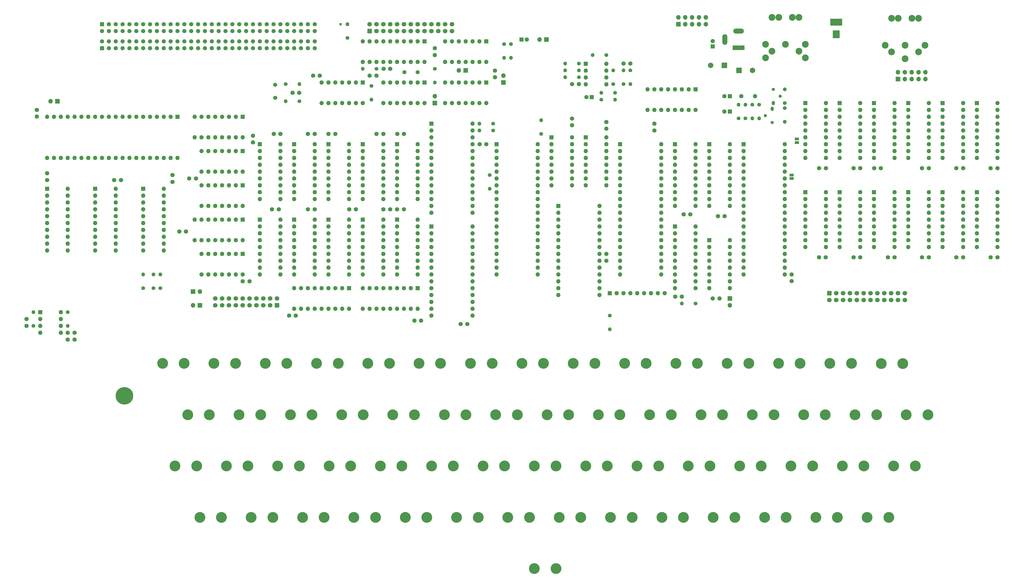
<source format=gbr>
%TF.GenerationSoftware,KiCad,Pcbnew,8.0.4*%
%TF.CreationDate,2025-01-14T13:43:07+00:00*%
%TF.ProjectId,AtomV5Board,41746f6d-5635-4426-9f61-72642e6b6963,rev?*%
%TF.SameCoordinates,Original*%
%TF.FileFunction,Soldermask,Top*%
%TF.FilePolarity,Negative*%
%FSLAX46Y46*%
G04 Gerber Fmt 4.6, Leading zero omitted, Abs format (unit mm)*
G04 Created by KiCad (PCBNEW 8.0.4) date 2025-01-14 13:43:07*
%MOMM*%
%LPD*%
G01*
G04 APERTURE LIST*
G04 Aperture macros list*
%AMRoundRect*
0 Rectangle with rounded corners*
0 $1 Rounding radius*
0 $2 $3 $4 $5 $6 $7 $8 $9 X,Y pos of 4 corners*
0 Add a 4 corners polygon primitive as box body*
4,1,4,$2,$3,$4,$5,$6,$7,$8,$9,$2,$3,0*
0 Add four circle primitives for the rounded corners*
1,1,$1+$1,$2,$3*
1,1,$1+$1,$4,$5*
1,1,$1+$1,$6,$7*
1,1,$1+$1,$8,$9*
0 Add four rect primitives between the rounded corners*
20,1,$1+$1,$2,$3,$4,$5,0*
20,1,$1+$1,$4,$5,$6,$7,0*
20,1,$1+$1,$6,$7,$8,$9,0*
20,1,$1+$1,$8,$9,$2,$3,0*%
G04 Aperture macros list end*
%ADD10C,1.600000*%
%ADD11R,1.600000X1.600000*%
%ADD12O,1.600000X1.600000*%
%ADD13C,1.400000*%
%ADD14O,1.400000X1.400000*%
%ADD15R,1.700000X1.700000*%
%ADD16O,1.700000X1.700000*%
%ADD17C,2.500000*%
%ADD18RoundRect,0.249999X-0.525001X-0.525001X0.525001X-0.525001X0.525001X0.525001X-0.525001X0.525001X0*%
%ADD19C,1.550000*%
%ADD20R,2.000000X2.000000*%
%ADD21C,2.000000*%
%ADD22C,6.500000*%
%ADD23R,1.500000X1.000000*%
%ADD24O,1.200000X1.600000*%
%ADD25O,1.200000X1.200000*%
%ADD26R,0.850000X0.850000*%
%ADD27R,4.500000X2.500000*%
%ADD28R,2.500000X3.000000*%
%ADD29R,4.400000X1.800000*%
%ADD30O,1.800000X4.000000*%
%ADD31O,4.000000X1.800000*%
%ADD32RoundRect,0.249999X0.525001X-0.525001X0.525001X0.525001X-0.525001X0.525001X-0.525001X-0.525001X0*%
%ADD33C,1.500000*%
%ADD34RoundRect,0.250000X0.600000X-0.600000X0.600000X0.600000X-0.600000X0.600000X-0.600000X-0.600000X0*%
%ADD35C,1.700000*%
%ADD36C,4.000000*%
%ADD37RoundRect,0.250000X-0.600000X0.600000X-0.600000X-0.600000X0.600000X-0.600000X0.600000X0.600000X0*%
G04 APERTURE END LIST*
D10*
%TO.C,C132*%
X321310000Y-82550000D03*
X323810000Y-82550000D03*
%TD*%
D11*
%TO.C,IC5*%
X107950000Y-114300000D03*
D12*
X105410000Y-114300000D03*
X102870000Y-114300000D03*
X100330000Y-114300000D03*
X97790000Y-114300000D03*
X95250000Y-114300000D03*
X92710000Y-114300000D03*
X92710000Y-121920000D03*
X95250000Y-121920000D03*
X97790000Y-121920000D03*
X100330000Y-121920000D03*
X102870000Y-121920000D03*
X105410000Y-121920000D03*
X107950000Y-121920000D03*
%TD*%
D11*
%TO.C,C3*%
X288290000Y-55880000D03*
D10*
X286290000Y-55880000D03*
%TD*%
D11*
%TO.C,IC2*%
X35560000Y-90170000D03*
D12*
X35560000Y-92710000D03*
X35560000Y-95250000D03*
X35560000Y-97790000D03*
X35560000Y-100330000D03*
X35560000Y-102870000D03*
X35560000Y-105410000D03*
X35560000Y-107950000D03*
X35560000Y-110490000D03*
X35560000Y-113030000D03*
X43180000Y-113030000D03*
X43180000Y-110490000D03*
X43180000Y-107950000D03*
X43180000Y-105410000D03*
X43180000Y-102870000D03*
X43180000Y-100330000D03*
X43180000Y-97790000D03*
X43180000Y-95250000D03*
X43180000Y-92710000D03*
X43180000Y-90170000D03*
%TD*%
D13*
%TO.C,R101*%
X146685000Y-34290000D03*
D14*
X146685000Y-29210000D03*
%TD*%
D11*
%TO.C,IC42*%
X379730000Y-58420000D03*
D12*
X379730000Y-60960000D03*
X379730000Y-63500000D03*
X379730000Y-66040000D03*
X379730000Y-68580000D03*
X379730000Y-71120000D03*
X379730000Y-73660000D03*
X379730000Y-76200000D03*
X379730000Y-78740000D03*
X387350000Y-78740000D03*
X387350000Y-76200000D03*
X387350000Y-73660000D03*
X387350000Y-71120000D03*
X387350000Y-68580000D03*
X387350000Y-66040000D03*
X387350000Y-63500000D03*
X387350000Y-60960000D03*
X387350000Y-58420000D03*
%TD*%
D13*
%TO.C,R33*%
X245745000Y-54610000D03*
D14*
X240665000Y-54610000D03*
%TD*%
D11*
%TO.C,IC47*%
X275590000Y-53340000D03*
D12*
X273050000Y-53340000D03*
X270510000Y-53340000D03*
X267970000Y-53340000D03*
X265430000Y-53340000D03*
X262890000Y-53340000D03*
X260350000Y-53340000D03*
X257810000Y-53340000D03*
X257810000Y-60960000D03*
X260350000Y-60960000D03*
X262890000Y-60960000D03*
X265430000Y-60960000D03*
X267970000Y-60960000D03*
X270510000Y-60960000D03*
X273050000Y-60960000D03*
X275590000Y-60960000D03*
%TD*%
D10*
%TO.C,C134*%
X334050000Y-82550000D03*
X336550000Y-82550000D03*
%TD*%
%TO.C,C141*%
X372130000Y-115570000D03*
X374630000Y-115570000D03*
%TD*%
D13*
%TO.C,R202*%
X43180000Y-135880000D03*
D14*
X43180000Y-140960000D03*
%TD*%
D10*
%TO.C,C128*%
X273645000Y-99695000D03*
X271145000Y-99695000D03*
%TD*%
D13*
%TO.C,R8*%
X291465000Y-64135000D03*
D14*
X291465000Y-59055000D03*
%TD*%
D13*
%TO.C,R40*%
X71120000Y-127000000D03*
D14*
X71120000Y-121920000D03*
%TD*%
D11*
%TO.C,IC10*%
X114310000Y-73660000D03*
D12*
X114310000Y-76200000D03*
X114310000Y-78740000D03*
X114310000Y-81280000D03*
X114310000Y-83820000D03*
X114310000Y-86360000D03*
X114310000Y-88900000D03*
X114310000Y-91440000D03*
X114310000Y-93980000D03*
X121930000Y-93980000D03*
X121930000Y-91440000D03*
X121930000Y-88900000D03*
X121930000Y-86360000D03*
X121930000Y-83820000D03*
X121930000Y-81280000D03*
X121930000Y-78740000D03*
X121930000Y-76200000D03*
X121930000Y-73660000D03*
%TD*%
D11*
%TO.C,IC37*%
X341630000Y-91440000D03*
D12*
X341630000Y-93980000D03*
X341630000Y-96520000D03*
X341630000Y-99060000D03*
X341630000Y-101600000D03*
X341630000Y-104140000D03*
X341630000Y-106680000D03*
X341630000Y-109220000D03*
X341630000Y-111760000D03*
X349250000Y-111760000D03*
X349250000Y-109220000D03*
X349250000Y-106680000D03*
X349250000Y-104140000D03*
X349250000Y-101600000D03*
X349250000Y-99060000D03*
X349250000Y-96520000D03*
X349250000Y-93980000D03*
X349250000Y-91440000D03*
%TD*%
D10*
%TO.C,C108*%
X111760000Y-73005000D03*
X111760000Y-70505000D03*
%TD*%
D11*
%TO.C,IC9*%
X152400000Y-50800000D03*
D12*
X149860000Y-50800000D03*
X147320000Y-50800000D03*
X144780000Y-50800000D03*
X142240000Y-50800000D03*
X139700000Y-50800000D03*
X137160000Y-50800000D03*
X137160000Y-58420000D03*
X139700000Y-58420000D03*
X142240000Y-58420000D03*
X144780000Y-58420000D03*
X147320000Y-58420000D03*
X149860000Y-58420000D03*
X152400000Y-58420000D03*
%TD*%
D13*
%TO.C,R3*%
X275590000Y-132715000D03*
D14*
X270510000Y-132715000D03*
%TD*%
D10*
%TO.C,C203*%
X45720000Y-143520000D03*
X45720000Y-146020000D03*
%TD*%
D13*
%TO.C,R12*%
X308610000Y-60325000D03*
D14*
X308610000Y-65405000D03*
%TD*%
D13*
%TO.C,R9*%
X299085000Y-59055000D03*
D14*
X299085000Y-64135000D03*
%TD*%
D13*
%TO.C,R201*%
X30480000Y-140960000D03*
D14*
X30480000Y-135880000D03*
%TD*%
D10*
%TO.C,C143*%
X384830000Y-115570000D03*
X387330000Y-115570000D03*
%TD*%
D11*
%TO.C,IC22*%
X201930000Y-73660000D03*
D12*
X201930000Y-76200000D03*
X201930000Y-78740000D03*
X201930000Y-81280000D03*
X201930000Y-83820000D03*
X201930000Y-86360000D03*
X201930000Y-88900000D03*
X201930000Y-91440000D03*
X201930000Y-93980000D03*
X201930000Y-96520000D03*
X201930000Y-99060000D03*
X201930000Y-101600000D03*
X201930000Y-104140000D03*
X201930000Y-106680000D03*
X201930000Y-109220000D03*
X201930000Y-111760000D03*
X201930000Y-114300000D03*
X201930000Y-116840000D03*
X201930000Y-119380000D03*
X201930000Y-121920000D03*
X217170000Y-121920000D03*
X217170000Y-119380000D03*
X217170000Y-116840000D03*
X217170000Y-114300000D03*
X217170000Y-111760000D03*
X217170000Y-109220000D03*
X217170000Y-106680000D03*
X217170000Y-104140000D03*
X217170000Y-101600000D03*
X217170000Y-99060000D03*
X217170000Y-96520000D03*
X217170000Y-93980000D03*
X217170000Y-91440000D03*
X217170000Y-88900000D03*
X217170000Y-86360000D03*
X217170000Y-83820000D03*
X217170000Y-81280000D03*
X217170000Y-78740000D03*
X217170000Y-76200000D03*
X217170000Y-73660000D03*
%TD*%
D11*
%TO.C,C8*%
X237167500Y-56182500D03*
D10*
X235167500Y-56182500D03*
%TD*%
%TO.C,L1*%
X292520000Y-55880000D03*
D12*
X297600000Y-55880000D03*
%TD*%
D13*
%TO.C,R4*%
X123825000Y-51435000D03*
D14*
X128905000Y-51435000D03*
%TD*%
D11*
%TO.C,IC18*%
X165100000Y-73660000D03*
D12*
X165100000Y-76200000D03*
X165100000Y-78740000D03*
X165100000Y-81280000D03*
X165100000Y-83820000D03*
X165100000Y-86360000D03*
X165100000Y-88900000D03*
X165100000Y-91440000D03*
X165100000Y-93980000D03*
X172720000Y-93980000D03*
X172720000Y-91440000D03*
X172720000Y-88900000D03*
X172720000Y-86360000D03*
X172720000Y-83820000D03*
X172720000Y-81280000D03*
X172720000Y-78740000D03*
X172720000Y-76200000D03*
X172720000Y-73660000D03*
%TD*%
D13*
%TO.C,R32*%
X240665000Y-57150000D03*
D14*
X245745000Y-57150000D03*
%TD*%
D10*
%TO.C,C113*%
X160020000Y-97790000D03*
X162520000Y-97790000D03*
%TD*%
D11*
%TO.C,I101*%
X33030000Y-135890000D03*
D12*
X33030000Y-138430000D03*
X33030000Y-140970000D03*
X33030000Y-143510000D03*
X40650000Y-143510000D03*
X40650000Y-140970000D03*
X40650000Y-138430000D03*
X40650000Y-135890000D03*
%TD*%
D10*
%TO.C,C130*%
X281940000Y-130810000D03*
X284440000Y-130810000D03*
%TD*%
D11*
%TO.C,IC21*%
X177800000Y-104140000D03*
D12*
X177800000Y-106680000D03*
X177800000Y-109220000D03*
X177800000Y-111760000D03*
X177800000Y-114300000D03*
X177800000Y-116840000D03*
X177800000Y-119380000D03*
X177800000Y-121920000D03*
X177800000Y-124460000D03*
X177800000Y-127000000D03*
X177800000Y-129540000D03*
X177800000Y-132080000D03*
X177800000Y-134620000D03*
X177800000Y-137160000D03*
X193040000Y-137160000D03*
X193040000Y-134620000D03*
X193040000Y-132080000D03*
X193040000Y-129540000D03*
X193040000Y-127000000D03*
X193040000Y-124460000D03*
X193040000Y-121920000D03*
X193040000Y-119380000D03*
X193040000Y-116840000D03*
X193040000Y-114300000D03*
X193040000Y-111760000D03*
X193040000Y-109220000D03*
X193040000Y-106680000D03*
X193040000Y-104140000D03*
%TD*%
D11*
%TO.C,IC31*%
X293370000Y-73660000D03*
D12*
X293370000Y-76200000D03*
X293370000Y-78740000D03*
X293370000Y-81280000D03*
X293370000Y-83820000D03*
X293370000Y-86360000D03*
X293370000Y-88900000D03*
X293370000Y-91440000D03*
X293370000Y-93980000D03*
X293370000Y-96520000D03*
X293370000Y-99060000D03*
X293370000Y-101600000D03*
X293370000Y-104140000D03*
X293370000Y-106680000D03*
X293370000Y-109220000D03*
X293370000Y-111760000D03*
X293370000Y-114300000D03*
X293370000Y-116840000D03*
X293370000Y-119380000D03*
X293370000Y-121920000D03*
X308610000Y-121920000D03*
X308610000Y-119380000D03*
X308610000Y-116840000D03*
X308610000Y-114300000D03*
X308610000Y-111760000D03*
X308610000Y-109220000D03*
X308610000Y-106680000D03*
X308610000Y-104140000D03*
X308610000Y-101600000D03*
X308610000Y-99060000D03*
X308610000Y-96520000D03*
X308610000Y-93980000D03*
X308610000Y-91440000D03*
X308610000Y-88900000D03*
X308610000Y-86360000D03*
X308610000Y-83820000D03*
X308610000Y-81280000D03*
X308610000Y-78740000D03*
X308610000Y-76200000D03*
X308610000Y-73660000D03*
%TD*%
D13*
%TO.C,R26*%
X179070000Y-45720000D03*
D14*
X179070000Y-50800000D03*
%TD*%
D11*
%TO.C,IC24*%
X224790000Y-96520000D03*
D12*
X224790000Y-99060000D03*
X224790000Y-101600000D03*
X224790000Y-104140000D03*
X224790000Y-106680000D03*
X224790000Y-109220000D03*
X224790000Y-111760000D03*
X224790000Y-114300000D03*
X224790000Y-116840000D03*
X224790000Y-119380000D03*
X224790000Y-121920000D03*
X224790000Y-124460000D03*
X224790000Y-127000000D03*
X224790000Y-129540000D03*
X240030000Y-129540000D03*
X240030000Y-127000000D03*
X240030000Y-124460000D03*
X240030000Y-121920000D03*
X240030000Y-119380000D03*
X240030000Y-116840000D03*
X240030000Y-114300000D03*
X240030000Y-111760000D03*
X240030000Y-109220000D03*
X240030000Y-106680000D03*
X240030000Y-104140000D03*
X240030000Y-101600000D03*
X240030000Y-99060000D03*
X240030000Y-96520000D03*
%TD*%
D11*
%TO.C,IC30*%
X280670000Y-109220000D03*
D12*
X280670000Y-111760000D03*
X280670000Y-114300000D03*
X280670000Y-116840000D03*
X280670000Y-119380000D03*
X280670000Y-121920000D03*
X280670000Y-124460000D03*
X280670000Y-127000000D03*
X288290000Y-127000000D03*
X288290000Y-124460000D03*
X288290000Y-121920000D03*
X288290000Y-119380000D03*
X288290000Y-116840000D03*
X288290000Y-114300000D03*
X288290000Y-111760000D03*
X288290000Y-109220000D03*
%TD*%
D10*
%TO.C,C131*%
X311150000Y-124420000D03*
X311150000Y-121920000D03*
%TD*%
D15*
%TO.C,PL101*%
X350525000Y-49535000D03*
D16*
X350525000Y-46995000D03*
X353065000Y-49535000D03*
X353065000Y-46995000D03*
X355605000Y-49535000D03*
X355605000Y-46995000D03*
X358145000Y-49535000D03*
X358145000Y-46995000D03*
X360685000Y-49535000D03*
X360685000Y-46995000D03*
%TD*%
D13*
%TO.C,R31*%
X242570000Y-40640000D03*
D14*
X237490000Y-40640000D03*
%TD*%
D10*
%TO.C,C139*%
X359430000Y-115570000D03*
X361930000Y-115570000D03*
%TD*%
%TO.C,C110*%
X121920000Y-69850000D03*
X119420000Y-69850000D03*
%TD*%
%TO.C,C111*%
X118785000Y-97790000D03*
X121285000Y-97790000D03*
%TD*%
%TO.C,C122*%
X195620000Y-73660000D03*
X198120000Y-73660000D03*
%TD*%
D15*
%TO.C,LS1*%
X220350000Y-34925000D03*
D16*
X217810000Y-34925000D03*
%TD*%
D11*
%TO.C,IC25*%
X247650000Y-73660000D03*
D12*
X247650000Y-76200000D03*
X247650000Y-78740000D03*
X247650000Y-81280000D03*
X247650000Y-83820000D03*
X247650000Y-86360000D03*
X247650000Y-88900000D03*
X247650000Y-91440000D03*
X247650000Y-93980000D03*
X247650000Y-96520000D03*
X247650000Y-99060000D03*
X247650000Y-101600000D03*
X247650000Y-104140000D03*
X247650000Y-106680000D03*
X247650000Y-109220000D03*
X247650000Y-111760000D03*
X247650000Y-114300000D03*
X247650000Y-116840000D03*
X247650000Y-119380000D03*
X247650000Y-121920000D03*
X262890000Y-121920000D03*
X262890000Y-119380000D03*
X262890000Y-116840000D03*
X262890000Y-114300000D03*
X262890000Y-111760000D03*
X262890000Y-109220000D03*
X262890000Y-106680000D03*
X262890000Y-104140000D03*
X262890000Y-101600000D03*
X262890000Y-99060000D03*
X262890000Y-96520000D03*
X262890000Y-93980000D03*
X262890000Y-91440000D03*
X262890000Y-88900000D03*
X262890000Y-86360000D03*
X262890000Y-83820000D03*
X262890000Y-81280000D03*
X262890000Y-78740000D03*
X262890000Y-76200000D03*
X262890000Y-73660000D03*
%TD*%
D10*
%TO.C,C105*%
X107970000Y-124460000D03*
X110470000Y-124460000D03*
%TD*%
%TO.C,C104*%
X81915000Y-87610000D03*
X81915000Y-85110000D03*
%TD*%
D13*
%TO.C,R29*%
X248920000Y-51435000D03*
D14*
X248920000Y-46355000D03*
%TD*%
D17*
%TO.C,PL102*%
X345790000Y-36990000D03*
X353140000Y-36990000D03*
X360490000Y-36990000D03*
X348140000Y-39490000D03*
X353140000Y-41990000D03*
X358140000Y-39490000D03*
X355640000Y-26990000D03*
X350640000Y-26990000D03*
X358140000Y-26990000D03*
X348140000Y-26990000D03*
%TD*%
D13*
%TO.C,R34*%
X245110000Y-51435000D03*
D14*
X245110000Y-46355000D03*
%TD*%
D10*
%TO.C,C124*%
X242570000Y-114340000D03*
X242570000Y-116840000D03*
%TD*%
%TO.C,C103*%
X60365000Y-86995000D03*
X62865000Y-86995000D03*
%TD*%
D18*
%TO.C,PL6*%
X55880000Y-29210000D03*
D19*
X58420000Y-29210000D03*
X60960000Y-29210000D03*
X63500000Y-29210000D03*
X66040000Y-29210000D03*
X68580000Y-29210000D03*
X71120000Y-29210000D03*
X73660000Y-29210000D03*
X76200000Y-29210000D03*
X78740000Y-29210000D03*
X81280000Y-29210000D03*
X83820000Y-29210000D03*
X86360000Y-29210000D03*
X88900000Y-29210000D03*
X91440000Y-29210000D03*
X93980000Y-29210000D03*
X96520000Y-29210000D03*
X99060000Y-29210000D03*
X101600000Y-29210000D03*
X104140000Y-29210000D03*
X106680000Y-29210000D03*
X109220000Y-29210000D03*
X111760000Y-29210000D03*
X114300000Y-29210000D03*
X116840000Y-29210000D03*
X119380000Y-29210000D03*
X121920000Y-29210000D03*
X124460000Y-29210000D03*
X127000000Y-29210000D03*
X129540000Y-29210000D03*
X132080000Y-29210000D03*
X134620000Y-29210000D03*
X55880000Y-31750000D03*
X58420000Y-31750000D03*
X60960000Y-31750000D03*
X63500000Y-31750000D03*
X66040000Y-31750000D03*
X68580000Y-31750000D03*
X71120000Y-31750000D03*
X73660000Y-31750000D03*
X76200000Y-31750000D03*
X78740000Y-31750000D03*
X81280000Y-31750000D03*
X83820000Y-31750000D03*
X86360000Y-31750000D03*
X88900000Y-31750000D03*
X91440000Y-31750000D03*
X93980000Y-31750000D03*
X96520000Y-31750000D03*
X99060000Y-31750000D03*
X101600000Y-31750000D03*
X104140000Y-31750000D03*
X106680000Y-31750000D03*
X109220000Y-31750000D03*
X111760000Y-31750000D03*
X114300000Y-31750000D03*
X116840000Y-31750000D03*
X119380000Y-31750000D03*
X121920000Y-31750000D03*
X124460000Y-31750000D03*
X127000000Y-31750000D03*
X129540000Y-31750000D03*
X132080000Y-31750000D03*
X134620000Y-31750000D03*
%TD*%
D10*
%TO.C,C102*%
X35560000Y-84455000D03*
X35560000Y-86955000D03*
%TD*%
%TO.C,C117*%
X132100000Y-97790000D03*
X134600000Y-97790000D03*
%TD*%
D13*
%TO.C,R35*%
X232410000Y-43815000D03*
D14*
X227330000Y-43815000D03*
%TD*%
D20*
%TO.C,C12*%
X291637323Y-46355000D03*
D21*
X296637323Y-46355000D03*
%TD*%
D13*
%TO.C,R39*%
X74930000Y-127000000D03*
D14*
X74930000Y-121920000D03*
%TD*%
D13*
%TO.C,R13*%
X199390000Y-85090000D03*
D14*
X199390000Y-90170000D03*
%TD*%
D15*
%TO.C,LK3*%
X92075000Y-133350000D03*
D16*
X89535000Y-133350000D03*
%TD*%
D11*
%TO.C,RN1*%
X243825000Y-128905000D03*
D12*
X246365000Y-128905000D03*
X248905000Y-128905000D03*
X251445000Y-128905000D03*
X253985000Y-128905000D03*
X256525000Y-128905000D03*
X259065000Y-128905000D03*
X261605000Y-128905000D03*
X264145000Y-128905000D03*
%TD*%
D10*
%TO.C,C126*%
X242570000Y-67925000D03*
X242570000Y-65425000D03*
%TD*%
D22*
%TO.C,KC1*%
X64190000Y-166920000D03*
%TD*%
D11*
%TO.C,IC3*%
X53340000Y-90170000D03*
D12*
X53340000Y-92710000D03*
X53340000Y-95250000D03*
X53340000Y-97790000D03*
X53340000Y-100330000D03*
X53340000Y-102870000D03*
X53340000Y-105410000D03*
X53340000Y-107950000D03*
X53340000Y-110490000D03*
X53340000Y-113030000D03*
X60960000Y-113030000D03*
X60960000Y-110490000D03*
X60960000Y-107950000D03*
X60960000Y-105410000D03*
X60960000Y-102870000D03*
X60960000Y-100330000D03*
X60960000Y-97790000D03*
X60960000Y-95250000D03*
X60960000Y-92710000D03*
X60960000Y-90170000D03*
%TD*%
D10*
%TO.C,C123*%
X229870000Y-66655000D03*
X229870000Y-64155000D03*
%TD*%
D11*
%TO.C,IC46*%
X234960000Y-43825000D03*
D12*
X234960000Y-46365000D03*
X234960000Y-48905000D03*
X234960000Y-51445000D03*
X242580000Y-51445000D03*
X242580000Y-48905000D03*
X242580000Y-46365000D03*
X242580000Y-43825000D03*
%TD*%
D15*
%TO.C,LK8*%
X190500000Y-46355000D03*
D16*
X187960000Y-46355000D03*
%TD*%
D15*
%TO.C,LK7*%
X204470000Y-50805000D03*
D16*
X204470000Y-48265000D03*
%TD*%
D11*
%TO.C,IC27*%
X267970000Y-104140000D03*
D12*
X267970000Y-106680000D03*
X267970000Y-109220000D03*
X267970000Y-111760000D03*
X267970000Y-114300000D03*
X267970000Y-116840000D03*
X267970000Y-119380000D03*
X267970000Y-121920000D03*
X267970000Y-124460000D03*
X267970000Y-127000000D03*
X275590000Y-127000000D03*
X275590000Y-124460000D03*
X275590000Y-121920000D03*
X275590000Y-119380000D03*
X275590000Y-116840000D03*
X275590000Y-114300000D03*
X275590000Y-111760000D03*
X275590000Y-109220000D03*
X275590000Y-106680000D03*
X275590000Y-104140000D03*
%TD*%
D11*
%TO.C,IC35*%
X328930000Y-91440000D03*
D12*
X328930000Y-93980000D03*
X328930000Y-96520000D03*
X328930000Y-99060000D03*
X328930000Y-101600000D03*
X328930000Y-104140000D03*
X328930000Y-106680000D03*
X328930000Y-109220000D03*
X328930000Y-111760000D03*
X336550000Y-111760000D03*
X336550000Y-109220000D03*
X336550000Y-106680000D03*
X336550000Y-104140000D03*
X336550000Y-101600000D03*
X336550000Y-99060000D03*
X336550000Y-96520000D03*
X336550000Y-93980000D03*
X336550000Y-91440000D03*
%TD*%
D23*
%TO.C,LK5*%
X313055000Y-73055000D03*
X313055000Y-71755000D03*
%TD*%
D10*
%TO.C,C101*%
X31750000Y-63460000D03*
X31750000Y-60960000D03*
%TD*%
D13*
%TO.C,R6*%
X308610000Y-58420000D03*
D14*
X308610000Y-53340000D03*
%TD*%
D13*
%TO.C,R36*%
X232410000Y-48895000D03*
D14*
X227330000Y-48895000D03*
%TD*%
D10*
%TO.C,C151*%
X127595000Y-137160000D03*
X125095000Y-137160000D03*
%TD*%
D11*
%TO.C,IC41*%
X367030000Y-91440000D03*
D12*
X367030000Y-93980000D03*
X367030000Y-96520000D03*
X367030000Y-99060000D03*
X367030000Y-101600000D03*
X367030000Y-104140000D03*
X367030000Y-106680000D03*
X367030000Y-109220000D03*
X367030000Y-111760000D03*
X374650000Y-111760000D03*
X374650000Y-109220000D03*
X374650000Y-106680000D03*
X374650000Y-104140000D03*
X374650000Y-101600000D03*
X374650000Y-99060000D03*
X374650000Y-96520000D03*
X374650000Y-93980000D03*
X374650000Y-91440000D03*
%TD*%
D13*
%TO.C,R25*%
X243840000Y-137160000D03*
D14*
X243840000Y-142240000D03*
%TD*%
D10*
%TO.C,C127*%
X270510000Y-130175000D03*
X268010000Y-130175000D03*
%TD*%
D15*
%TO.C,LK9*%
X89535000Y-128270000D03*
D16*
X92075000Y-128270000D03*
%TD*%
D10*
%TO.C,C129*%
X286365000Y-100330000D03*
X283865000Y-100330000D03*
%TD*%
%TO.C,C1*%
X128865000Y-54610000D03*
X126365000Y-54610000D03*
%TD*%
%TO.C,C125*%
X260350000Y-68560000D03*
X260350000Y-66060000D03*
%TD*%
D11*
%TO.C,IC8*%
X107950000Y-76200000D03*
D12*
X105410000Y-76200000D03*
X102870000Y-76200000D03*
X100330000Y-76200000D03*
X97790000Y-76200000D03*
X95250000Y-76200000D03*
X92710000Y-76200000D03*
X92710000Y-83820000D03*
X95250000Y-83820000D03*
X97790000Y-83820000D03*
X100330000Y-83820000D03*
X102870000Y-83820000D03*
X105410000Y-83820000D03*
X107950000Y-83820000D03*
%TD*%
D11*
%TO.C,IC15*%
X139700000Y-101600000D03*
D12*
X139700000Y-104140000D03*
X139700000Y-106680000D03*
X139700000Y-109220000D03*
X139700000Y-111760000D03*
X139700000Y-114300000D03*
X139700000Y-116840000D03*
X139700000Y-119380000D03*
X139700000Y-121920000D03*
X147320000Y-121920000D03*
X147320000Y-119380000D03*
X147320000Y-116840000D03*
X147320000Y-114300000D03*
X147320000Y-111760000D03*
X147320000Y-109220000D03*
X147320000Y-106680000D03*
X147320000Y-104140000D03*
X147320000Y-101600000D03*
%TD*%
D10*
%TO.C,C202*%
X43180000Y-143520000D03*
X43180000Y-146020000D03*
%TD*%
D13*
%TO.C,R15*%
X200660000Y-66040000D03*
D14*
X195580000Y-66040000D03*
%TD*%
D10*
%TO.C,C112*%
X157480000Y-69850000D03*
X159980000Y-69850000D03*
%TD*%
%TO.C,C119*%
X167620000Y-97790000D03*
X165120000Y-97790000D03*
%TD*%
D11*
%TO.C,IC32*%
X316230000Y-58420000D03*
D12*
X316230000Y-60960000D03*
X316230000Y-63500000D03*
X316230000Y-66040000D03*
X316230000Y-68580000D03*
X316230000Y-71120000D03*
X316230000Y-73660000D03*
X316230000Y-76200000D03*
X316230000Y-78740000D03*
X323850000Y-78740000D03*
X323850000Y-76200000D03*
X323850000Y-73660000D03*
X323850000Y-71120000D03*
X323850000Y-68580000D03*
X323850000Y-66040000D03*
X323850000Y-63500000D03*
X323850000Y-60960000D03*
X323850000Y-58420000D03*
%TD*%
D11*
%TO.C,IC20*%
X177800000Y-66040000D03*
D12*
X177800000Y-68580000D03*
X177800000Y-71120000D03*
X177800000Y-73660000D03*
X177800000Y-76200000D03*
X177800000Y-78740000D03*
X177800000Y-81280000D03*
X177800000Y-83820000D03*
X177800000Y-86360000D03*
X177800000Y-88900000D03*
X177800000Y-91440000D03*
X177800000Y-93980000D03*
X177800000Y-96520000D03*
X177800000Y-99060000D03*
X193040000Y-99060000D03*
X193040000Y-96520000D03*
X193040000Y-93980000D03*
X193040000Y-91440000D03*
X193040000Y-88900000D03*
X193040000Y-86360000D03*
X193040000Y-83820000D03*
X193040000Y-81280000D03*
X193040000Y-78740000D03*
X193040000Y-76200000D03*
X193040000Y-73660000D03*
X193040000Y-71120000D03*
X193040000Y-68580000D03*
X193040000Y-66040000D03*
%TD*%
D11*
%TO.C,IC23*%
X222250000Y-71120000D03*
D12*
X222250000Y-73660000D03*
X222250000Y-76200000D03*
X222250000Y-78740000D03*
X222250000Y-81280000D03*
X222250000Y-83820000D03*
X222250000Y-86360000D03*
X222250000Y-88900000D03*
X229870000Y-88900000D03*
X229870000Y-86360000D03*
X229870000Y-83820000D03*
X229870000Y-81280000D03*
X229870000Y-78740000D03*
X229870000Y-76200000D03*
X229870000Y-73660000D03*
X229870000Y-71120000D03*
%TD*%
D11*
%TO.C,IC6*%
X107950000Y-101610000D03*
D12*
X105410000Y-101610000D03*
X102870000Y-101610000D03*
X100330000Y-101610000D03*
X97790000Y-101610000D03*
X95250000Y-101610000D03*
X92710000Y-101610000D03*
X90170000Y-101610000D03*
X90170000Y-109230000D03*
X92710000Y-109230000D03*
X95250000Y-109230000D03*
X97790000Y-109230000D03*
X100330000Y-109230000D03*
X102870000Y-109230000D03*
X105410000Y-109230000D03*
X107950000Y-109230000D03*
%TD*%
D10*
%TO.C,C121*%
X191095000Y-140335000D03*
X188595000Y-140335000D03*
%TD*%
D13*
%TO.C,R2*%
X204724000Y-36576000D03*
D14*
X204724000Y-41656000D03*
%TD*%
D11*
%TO.C,IC13*%
X152400000Y-101600000D03*
D12*
X152400000Y-104140000D03*
X152400000Y-106680000D03*
X152400000Y-109220000D03*
X152400000Y-111760000D03*
X152400000Y-114300000D03*
X152400000Y-116840000D03*
X152400000Y-119380000D03*
X152400000Y-121920000D03*
X160020000Y-121920000D03*
X160020000Y-119380000D03*
X160020000Y-116840000D03*
X160020000Y-114300000D03*
X160020000Y-111760000D03*
X160020000Y-109220000D03*
X160020000Y-106680000D03*
X160020000Y-104140000D03*
X160020000Y-101600000D03*
%TD*%
D11*
%TO.C,IC34*%
X328930000Y-58420000D03*
D12*
X328930000Y-60960000D03*
X328930000Y-63500000D03*
X328930000Y-66040000D03*
X328930000Y-68580000D03*
X328930000Y-71120000D03*
X328930000Y-73660000D03*
X328930000Y-76200000D03*
X328930000Y-78740000D03*
X336550000Y-78740000D03*
X336550000Y-76200000D03*
X336550000Y-73660000D03*
X336550000Y-71120000D03*
X336550000Y-68580000D03*
X336550000Y-66040000D03*
X336550000Y-63500000D03*
X336550000Y-60960000D03*
X336550000Y-58420000D03*
%TD*%
D11*
%TO.C,IC19*%
X165100000Y-101600000D03*
D12*
X165100000Y-104140000D03*
X165100000Y-106680000D03*
X165100000Y-109220000D03*
X165100000Y-111760000D03*
X165100000Y-114300000D03*
X165100000Y-116840000D03*
X165100000Y-119380000D03*
X165100000Y-121920000D03*
X172720000Y-121920000D03*
X172720000Y-119380000D03*
X172720000Y-116840000D03*
X172720000Y-114300000D03*
X172720000Y-111760000D03*
X172720000Y-109220000D03*
X172720000Y-106680000D03*
X172720000Y-104140000D03*
X172720000Y-101600000D03*
%TD*%
D24*
%TO.C,Q2*%
X303980276Y-60509724D03*
D25*
X301440276Y-63049724D03*
X303980276Y-65589724D03*
%TD*%
D26*
%TO.C,J2*%
X144145000Y-29210000D03*
%TD*%
D15*
%TO.C,LK6*%
X179070000Y-58420000D03*
D16*
X179070000Y-55880000D03*
%TD*%
D13*
%TO.C,R10*%
X294005000Y-64135000D03*
D14*
X294005000Y-59055000D03*
%TD*%
D13*
%TO.C,R1*%
X207264000Y-36576000D03*
D14*
X207264000Y-41656000D03*
%TD*%
D11*
%TO.C,IC11*%
X114300000Y-101600000D03*
D12*
X114300000Y-104140000D03*
X114300000Y-106680000D03*
X114300000Y-109220000D03*
X114300000Y-111760000D03*
X114300000Y-114300000D03*
X114300000Y-116840000D03*
X114300000Y-119380000D03*
X114300000Y-121920000D03*
X121920000Y-121920000D03*
X121920000Y-119380000D03*
X121920000Y-116840000D03*
X121920000Y-114300000D03*
X121920000Y-111760000D03*
X121920000Y-109220000D03*
X121920000Y-106680000D03*
X121920000Y-104140000D03*
X121920000Y-101600000D03*
%TD*%
D11*
%TO.C,IC36*%
X341630000Y-58420000D03*
D12*
X341630000Y-60960000D03*
X341630000Y-63500000D03*
X341630000Y-66040000D03*
X341630000Y-68580000D03*
X341630000Y-71120000D03*
X341630000Y-73660000D03*
X341630000Y-76200000D03*
X341630000Y-78740000D03*
X349250000Y-78740000D03*
X349250000Y-76200000D03*
X349250000Y-73660000D03*
X349250000Y-71120000D03*
X349250000Y-68580000D03*
X349250000Y-66040000D03*
X349250000Y-63500000D03*
X349250000Y-60960000D03*
X349250000Y-58420000D03*
%TD*%
D11*
%TO.C,IC43*%
X379730000Y-91440000D03*
D12*
X379730000Y-93980000D03*
X379730000Y-96520000D03*
X379730000Y-99060000D03*
X379730000Y-101600000D03*
X379730000Y-104140000D03*
X379730000Y-106680000D03*
X379730000Y-109220000D03*
X379730000Y-111760000D03*
X387350000Y-111760000D03*
X387350000Y-109220000D03*
X387350000Y-106680000D03*
X387350000Y-104140000D03*
X387350000Y-101600000D03*
X387350000Y-99060000D03*
X387350000Y-96520000D03*
X387350000Y-93980000D03*
X387350000Y-91440000D03*
%TD*%
D10*
%TO.C,C133*%
X321290000Y-115570000D03*
X323790000Y-115570000D03*
%TD*%
%TO.C,C135*%
X334050000Y-115570000D03*
X336550000Y-115570000D03*
%TD*%
%TO.C,C145*%
X157460000Y-48260000D03*
X154960000Y-48260000D03*
%TD*%
%TO.C,C142*%
X384830000Y-82550000D03*
X387330000Y-82550000D03*
%TD*%
D11*
%TO.C,IC48*%
X198120000Y-35560000D03*
D12*
X195580000Y-35560000D03*
X193040000Y-35560000D03*
X190500000Y-35560000D03*
X187960000Y-35560000D03*
X185420000Y-35560000D03*
X182880000Y-35560000D03*
X182880000Y-43180000D03*
X185420000Y-43180000D03*
X187960000Y-43180000D03*
X190500000Y-43180000D03*
X193040000Y-43180000D03*
X195580000Y-43180000D03*
X198120000Y-43180000D03*
%TD*%
D13*
%TO.C,R16*%
X218440000Y-69850000D03*
D14*
X218440000Y-64770000D03*
%TD*%
D10*
%TO.C,C148*%
X201295000Y-46395000D03*
X201295000Y-48895000D03*
%TD*%
D11*
%TO.C,IC14*%
X139700000Y-73660000D03*
D12*
X139700000Y-76200000D03*
X139700000Y-78740000D03*
X139700000Y-81280000D03*
X139700000Y-83820000D03*
X139700000Y-86360000D03*
X139700000Y-88900000D03*
X139700000Y-91440000D03*
X139700000Y-93980000D03*
X147320000Y-93980000D03*
X147320000Y-91440000D03*
X147320000Y-88900000D03*
X147320000Y-86360000D03*
X147320000Y-83820000D03*
X147320000Y-81280000D03*
X147320000Y-78740000D03*
X147320000Y-76200000D03*
X147320000Y-73660000D03*
%TD*%
D11*
%TO.C,IC45*%
X175260000Y-50810000D03*
D12*
X172720000Y-50810000D03*
X170180000Y-50810000D03*
X167640000Y-50810000D03*
X165100000Y-50810000D03*
X162560000Y-50810000D03*
X160020000Y-50810000D03*
X160020000Y-58430000D03*
X162560000Y-58430000D03*
X165100000Y-58430000D03*
X167640000Y-58430000D03*
X170180000Y-58430000D03*
X172720000Y-58430000D03*
X175260000Y-58430000D03*
%TD*%
D10*
%TO.C,C109*%
X136485000Y-48260000D03*
X133985000Y-48260000D03*
%TD*%
D27*
%TO.C,PL103*%
X327660000Y-28472500D03*
D28*
X327660000Y-32972500D03*
%TD*%
D11*
%TO.C,C4*%
X288290000Y-61595000D03*
D10*
X286290000Y-61595000D03*
%TD*%
%TO.C,C115*%
X147360000Y-97790000D03*
X149860000Y-97790000D03*
%TD*%
D11*
%TO.C,IC17*%
X127000000Y-101600000D03*
D12*
X127000000Y-104140000D03*
X127000000Y-106680000D03*
X127000000Y-109220000D03*
X127000000Y-111760000D03*
X127000000Y-114300000D03*
X127000000Y-116840000D03*
X127000000Y-119380000D03*
X127000000Y-121920000D03*
X134620000Y-121920000D03*
X134620000Y-119380000D03*
X134620000Y-116840000D03*
X134620000Y-114300000D03*
X134620000Y-111760000D03*
X134620000Y-109220000D03*
X134620000Y-106680000D03*
X134620000Y-104140000D03*
X134620000Y-101600000D03*
%TD*%
D13*
%TO.C,R5*%
X128905000Y-57785000D03*
D14*
X123825000Y-57785000D03*
%TD*%
D13*
%TO.C,R27*%
X157480000Y-45720000D03*
D14*
X152400000Y-45720000D03*
%TD*%
D11*
%TO.C,IC12*%
X152400000Y-73660000D03*
D12*
X152400000Y-76200000D03*
X152400000Y-78740000D03*
X152400000Y-81280000D03*
X152400000Y-83820000D03*
X152400000Y-86360000D03*
X152400000Y-88900000D03*
X152400000Y-91440000D03*
X152400000Y-93980000D03*
X160020000Y-93980000D03*
X160020000Y-91440000D03*
X160020000Y-88900000D03*
X160020000Y-86360000D03*
X160020000Y-83820000D03*
X160020000Y-81280000D03*
X160020000Y-78740000D03*
X160020000Y-76200000D03*
X160020000Y-73660000D03*
%TD*%
D10*
%TO.C,C201*%
X27940000Y-140940000D03*
X27940000Y-138440000D03*
%TD*%
D11*
%TO.C,IC38*%
X354330000Y-58420000D03*
D12*
X354330000Y-60960000D03*
X354330000Y-63500000D03*
X354330000Y-66040000D03*
X354330000Y-68580000D03*
X354330000Y-71120000D03*
X354330000Y-73660000D03*
X354330000Y-76200000D03*
X354330000Y-78740000D03*
X361950000Y-78740000D03*
X361950000Y-76200000D03*
X361950000Y-73660000D03*
X361950000Y-71120000D03*
X361950000Y-68580000D03*
X361950000Y-66040000D03*
X361950000Y-63500000D03*
X361950000Y-60960000D03*
X361950000Y-58420000D03*
%TD*%
D10*
%TO.C,C116*%
X132100000Y-69850000D03*
X134600000Y-69850000D03*
%TD*%
D13*
%TO.C,R14*%
X200660000Y-68580000D03*
D14*
X195580000Y-68580000D03*
%TD*%
D11*
%TO.C,IC40*%
X367030000Y-58420000D03*
D12*
X367030000Y-60960000D03*
X367030000Y-63500000D03*
X367030000Y-66040000D03*
X367030000Y-68580000D03*
X367030000Y-71120000D03*
X367030000Y-73660000D03*
X367030000Y-76200000D03*
X367030000Y-78740000D03*
X374650000Y-78740000D03*
X374650000Y-76200000D03*
X374650000Y-73660000D03*
X374650000Y-71120000D03*
X374650000Y-68580000D03*
X374650000Y-66040000D03*
X374650000Y-63500000D03*
X374650000Y-60960000D03*
X374650000Y-58420000D03*
%TD*%
D13*
%TO.C,R7*%
X296545000Y-59055000D03*
D14*
X296545000Y-64135000D03*
%TD*%
D11*
%TO.C,IC26*%
X234950000Y-71120000D03*
D12*
X234950000Y-73660000D03*
X234950000Y-76200000D03*
X234950000Y-78740000D03*
X234950000Y-81280000D03*
X234950000Y-83820000D03*
X234950000Y-86360000D03*
X234950000Y-88900000D03*
X242570000Y-88900000D03*
X242570000Y-86360000D03*
X242570000Y-83820000D03*
X242570000Y-81280000D03*
X242570000Y-78740000D03*
X242570000Y-76200000D03*
X242570000Y-73660000D03*
X242570000Y-71120000D03*
%TD*%
D29*
%TO.C,SK3*%
X291465000Y-37950000D03*
D30*
X286465000Y-34850000D03*
D31*
X291465000Y-31750000D03*
%TD*%
D11*
%TO.C,C9*%
X281940000Y-37465000D03*
D10*
X281940000Y-35465000D03*
%TD*%
D11*
%TO.C,IC16*%
X127000000Y-73660000D03*
D12*
X127000000Y-76200000D03*
X127000000Y-78740000D03*
X127000000Y-81280000D03*
X127000000Y-83820000D03*
X127000000Y-86360000D03*
X127000000Y-88900000D03*
X127000000Y-91440000D03*
X127000000Y-93980000D03*
X134620000Y-93980000D03*
X134620000Y-91440000D03*
X134620000Y-88900000D03*
X134620000Y-86360000D03*
X134620000Y-83820000D03*
X134620000Y-81280000D03*
X134620000Y-78740000D03*
X134620000Y-76200000D03*
X134620000Y-73660000D03*
%TD*%
D20*
%TO.C,C13*%
X286212677Y-44450000D03*
D21*
X281212677Y-44450000D03*
%TD*%
D24*
%TO.C,Q1*%
X304349724Y-58420000D03*
D25*
X306889724Y-55880000D03*
X304349724Y-53340000D03*
%TD*%
D15*
%TO.C,LK1*%
X288290000Y-130810000D03*
D16*
X288290000Y-133350000D03*
%TD*%
D13*
%TO.C,R37*%
X232410000Y-46355000D03*
D14*
X227330000Y-46355000D03*
%TD*%
D10*
%TO.C,C6*%
X248940000Y-43815000D03*
X251440000Y-43815000D03*
%TD*%
D15*
%TO.C,LK2*%
X39370000Y-57785000D03*
D16*
X36830000Y-57785000D03*
%TD*%
D11*
%TO.C,IC52*%
X172720000Y-127000000D03*
D12*
X170180000Y-127000000D03*
X167640000Y-127000000D03*
X165100000Y-127000000D03*
X162560000Y-127000000D03*
X160020000Y-127000000D03*
X157480000Y-127000000D03*
X154940000Y-127000000D03*
X152400000Y-127000000D03*
X152400000Y-134620000D03*
X154940000Y-134620000D03*
X157480000Y-134620000D03*
X160020000Y-134620000D03*
X162560000Y-134620000D03*
X165100000Y-134620000D03*
X167640000Y-134620000D03*
X170180000Y-134620000D03*
X172720000Y-134620000D03*
%TD*%
D11*
%TO.C,IC1*%
X83820000Y-63500000D03*
D12*
X81280000Y-63500000D03*
X78740000Y-63500000D03*
X76200000Y-63500000D03*
X73660000Y-63500000D03*
X71120000Y-63500000D03*
X68580000Y-63500000D03*
X66040000Y-63500000D03*
X63500000Y-63500000D03*
X60960000Y-63500000D03*
X58420000Y-63500000D03*
X55880000Y-63500000D03*
X53340000Y-63500000D03*
X50800000Y-63500000D03*
X48260000Y-63500000D03*
X45720000Y-63500000D03*
X43180000Y-63500000D03*
X40640000Y-63500000D03*
X38100000Y-63500000D03*
X35560000Y-63500000D03*
X35560000Y-78740000D03*
X38100000Y-78740000D03*
X40640000Y-78740000D03*
X43180000Y-78740000D03*
X45720000Y-78740000D03*
X48260000Y-78740000D03*
X50800000Y-78740000D03*
X53340000Y-78740000D03*
X55880000Y-78740000D03*
X58420000Y-78740000D03*
X60960000Y-78740000D03*
X63500000Y-78740000D03*
X66040000Y-78740000D03*
X68580000Y-78740000D03*
X71120000Y-78740000D03*
X73660000Y-78740000D03*
X76200000Y-78740000D03*
X78740000Y-78740000D03*
X81280000Y-78740000D03*
X83820000Y-78740000D03*
%TD*%
D10*
%TO.C,C136*%
X344170000Y-82550000D03*
X341670000Y-82550000D03*
%TD*%
D13*
%TO.C,R28*%
X155575000Y-52070000D03*
D14*
X155575000Y-57150000D03*
%TD*%
D13*
%TO.C,R41*%
X77470000Y-127000000D03*
D14*
X77470000Y-121920000D03*
%TD*%
D11*
%TO.C,IC7*%
X107950000Y-88900000D03*
D12*
X105410000Y-88900000D03*
X102870000Y-88900000D03*
X100330000Y-88900000D03*
X97790000Y-88900000D03*
X95250000Y-88900000D03*
X92710000Y-88900000D03*
X92710000Y-96520000D03*
X95250000Y-96520000D03*
X97790000Y-96520000D03*
X100330000Y-96520000D03*
X102870000Y-96520000D03*
X105410000Y-96520000D03*
X107950000Y-96520000D03*
%TD*%
D11*
%TO.C,IC39*%
X354330000Y-91440000D03*
D12*
X354330000Y-93980000D03*
X354330000Y-96520000D03*
X354330000Y-99060000D03*
X354330000Y-101600000D03*
X354330000Y-104140000D03*
X354330000Y-106680000D03*
X354330000Y-109220000D03*
X354330000Y-111760000D03*
X361950000Y-111760000D03*
X361950000Y-109220000D03*
X361950000Y-106680000D03*
X361950000Y-104140000D03*
X361950000Y-101600000D03*
X361950000Y-99060000D03*
X361950000Y-96520000D03*
X361950000Y-93980000D03*
X361950000Y-91440000D03*
%TD*%
D23*
%TO.C,LK4*%
X311150000Y-85060000D03*
X311150000Y-86360000D03*
%TD*%
D32*
%TO.C,PL7*%
X55880000Y-38100000D03*
D19*
X58420000Y-38100000D03*
X60960000Y-38100000D03*
X63500000Y-38100000D03*
X66040000Y-38100000D03*
X68580000Y-38100000D03*
X71120000Y-38100000D03*
X73660000Y-38100000D03*
X76200000Y-38100000D03*
X78740000Y-38100000D03*
X81280000Y-38100000D03*
X83820000Y-38100000D03*
X86360000Y-38100000D03*
X88900000Y-38100000D03*
X91440000Y-38100000D03*
X93980000Y-38100000D03*
X96520000Y-38100000D03*
X99060000Y-38100000D03*
X101600000Y-38100000D03*
X104140000Y-38100000D03*
X106680000Y-38100000D03*
X109220000Y-38100000D03*
X111760000Y-38100000D03*
X114300000Y-38100000D03*
X116840000Y-38100000D03*
X119380000Y-38100000D03*
X121920000Y-38100000D03*
X124460000Y-38100000D03*
X127000000Y-38100000D03*
X129540000Y-38100000D03*
X132080000Y-38100000D03*
X134620000Y-38100000D03*
X55880000Y-35560000D03*
X58420000Y-35560000D03*
X60960000Y-35560000D03*
X63500000Y-35560000D03*
X66040000Y-35560000D03*
X68580000Y-35560000D03*
X71120000Y-35560000D03*
X73660000Y-35560000D03*
X76200000Y-35560000D03*
X78740000Y-35560000D03*
X81280000Y-35560000D03*
X83820000Y-35560000D03*
X86360000Y-35560000D03*
X88900000Y-35560000D03*
X91440000Y-35560000D03*
X93980000Y-35560000D03*
X96520000Y-35560000D03*
X99060000Y-35560000D03*
X101600000Y-35560000D03*
X104140000Y-35560000D03*
X106680000Y-35560000D03*
X109220000Y-35560000D03*
X111760000Y-35560000D03*
X114300000Y-35560000D03*
X116840000Y-35560000D03*
X119380000Y-35560000D03*
X121920000Y-35560000D03*
X124460000Y-35560000D03*
X127000000Y-35560000D03*
X129540000Y-35560000D03*
X132080000Y-35560000D03*
X134620000Y-35560000D03*
%TD*%
D10*
%TO.C,C150*%
X179070000Y-40640000D03*
X179070000Y-38140000D03*
%TD*%
D15*
%TO.C,PL4*%
X269240000Y-29210000D03*
D16*
X269240000Y-26670000D03*
X271780000Y-29210000D03*
X271780000Y-26670000D03*
X274320000Y-29210000D03*
X274320000Y-26670000D03*
X276860000Y-29210000D03*
X276860000Y-26670000D03*
X279400000Y-29210000D03*
X279400000Y-26670000D03*
%TD*%
D10*
%TO.C,C107*%
X90658000Y-86360000D03*
X88158000Y-86360000D03*
%TD*%
D33*
%TO.C,X2*%
X172720000Y-46990000D03*
X167840000Y-46990000D03*
%TD*%
D11*
%TO.C,C5*%
X211134888Y-34925000D03*
D10*
X213134888Y-34925000D03*
%TD*%
D13*
%TO.C,R30*%
X251460000Y-46355000D03*
D14*
X251460000Y-51435000D03*
%TD*%
D11*
%TO.C,IC28*%
X267970000Y-73660000D03*
D12*
X267970000Y-76200000D03*
X267970000Y-78740000D03*
X267970000Y-81280000D03*
X267970000Y-83820000D03*
X267970000Y-86360000D03*
X267970000Y-88900000D03*
X267970000Y-91440000D03*
X267970000Y-93980000D03*
X267970000Y-96520000D03*
X275590000Y-96520000D03*
X275590000Y-93980000D03*
X275590000Y-91440000D03*
X275590000Y-88900000D03*
X275590000Y-86360000D03*
X275590000Y-83820000D03*
X275590000Y-81280000D03*
X275590000Y-78740000D03*
X275590000Y-76200000D03*
X275590000Y-73660000D03*
%TD*%
D33*
%TO.C,X1*%
X119975000Y-51635000D03*
X119975000Y-56515000D03*
%TD*%
D34*
%TO.C,PL5*%
X154940000Y-31732500D03*
D35*
X154940000Y-29192500D03*
X157480000Y-31732500D03*
X157480000Y-29192500D03*
X160020000Y-31732500D03*
X160020000Y-29192500D03*
X162560000Y-31732500D03*
X162560000Y-29192500D03*
X165100000Y-31732500D03*
X165100000Y-29192500D03*
X167640000Y-31732500D03*
X167640000Y-29192500D03*
X170180000Y-31732500D03*
X170180000Y-29192500D03*
X172720000Y-31732500D03*
X172720000Y-29192500D03*
X175260000Y-31732500D03*
X175260000Y-29192500D03*
X177800000Y-31732500D03*
X177800000Y-29192500D03*
X180340000Y-31732500D03*
X180340000Y-29192500D03*
X182880000Y-31732500D03*
X182880000Y-29192500D03*
X185420000Y-31732500D03*
X185420000Y-29192500D03*
%TD*%
D11*
%TO.C,IC29*%
X280670000Y-73660000D03*
D12*
X280670000Y-76200000D03*
X280670000Y-78740000D03*
X280670000Y-81280000D03*
X280670000Y-83820000D03*
X280670000Y-86360000D03*
X280670000Y-88900000D03*
X280670000Y-91440000D03*
X280670000Y-93980000D03*
X280670000Y-96520000D03*
X288290000Y-96520000D03*
X288290000Y-93980000D03*
X288290000Y-91440000D03*
X288290000Y-88900000D03*
X288290000Y-86360000D03*
X288290000Y-83820000D03*
X288290000Y-81280000D03*
X288290000Y-78740000D03*
X288290000Y-76200000D03*
X288290000Y-73660000D03*
%TD*%
D17*
%TO.C,SK2*%
X301530000Y-36670000D03*
X308880000Y-36670000D03*
X316230000Y-36670000D03*
X303880000Y-39170000D03*
X313880000Y-39170000D03*
X301530000Y-41670000D03*
X316230000Y-41670000D03*
X311380000Y-26670000D03*
X306380000Y-26670000D03*
X313880000Y-26670000D03*
X303880000Y-26670000D03*
%TD*%
D11*
%TO.C,IC33*%
X316230000Y-91440000D03*
D12*
X316230000Y-93980000D03*
X316230000Y-96520000D03*
X316230000Y-99060000D03*
X316230000Y-101600000D03*
X316230000Y-104140000D03*
X316230000Y-106680000D03*
X316230000Y-109220000D03*
X316230000Y-111760000D03*
X323850000Y-111760000D03*
X323850000Y-109220000D03*
X323850000Y-106680000D03*
X323850000Y-104140000D03*
X323850000Y-101600000D03*
X323850000Y-99060000D03*
X323850000Y-96520000D03*
X323850000Y-93980000D03*
X323850000Y-91440000D03*
%TD*%
D10*
%TO.C,C137*%
X346750000Y-115570000D03*
X349250000Y-115570000D03*
%TD*%
%TO.C,C118*%
X167640000Y-69850000D03*
X165140000Y-69850000D03*
%TD*%
D11*
%TO.C,IC4*%
X71120000Y-90170000D03*
D12*
X71120000Y-92710000D03*
X71120000Y-95250000D03*
X71120000Y-97790000D03*
X71120000Y-100330000D03*
X71120000Y-102870000D03*
X71120000Y-105410000D03*
X71120000Y-107950000D03*
X71120000Y-110490000D03*
X71120000Y-113030000D03*
X78740000Y-113030000D03*
X78740000Y-110490000D03*
X78740000Y-107950000D03*
X78740000Y-105410000D03*
X78740000Y-102870000D03*
X78740000Y-100330000D03*
X78740000Y-97790000D03*
X78740000Y-95250000D03*
X78740000Y-92710000D03*
X78740000Y-90170000D03*
%TD*%
D11*
%TO.C,IC50*%
X175260000Y-35560000D03*
D12*
X172720000Y-35560000D03*
X170180000Y-35560000D03*
X167640000Y-35560000D03*
X165100000Y-35560000D03*
X162560000Y-35560000D03*
X160020000Y-35560000D03*
X157480000Y-35560000D03*
X154940000Y-35560000D03*
X152400000Y-35560000D03*
X152400000Y-43180000D03*
X154940000Y-43180000D03*
X157480000Y-43180000D03*
X160020000Y-43180000D03*
X162560000Y-43180000D03*
X165100000Y-43180000D03*
X167640000Y-43180000D03*
X170180000Y-43180000D03*
X172720000Y-43180000D03*
X175260000Y-43180000D03*
%TD*%
D10*
%TO.C,C10*%
X162560000Y-45720000D03*
X160060000Y-45720000D03*
%TD*%
D11*
%TO.C,IC51*%
X147320000Y-127000000D03*
D12*
X144780000Y-127000000D03*
X142240000Y-127000000D03*
X139700000Y-127000000D03*
X137160000Y-127000000D03*
X134620000Y-127000000D03*
X132080000Y-127000000D03*
X129540000Y-127000000D03*
X127000000Y-127000000D03*
X127000000Y-134620000D03*
X129540000Y-134620000D03*
X132080000Y-134620000D03*
X134620000Y-134620000D03*
X137160000Y-134620000D03*
X139700000Y-134620000D03*
X142240000Y-134620000D03*
X144780000Y-134620000D03*
X147320000Y-134620000D03*
%TD*%
D10*
%TO.C,C152*%
X171490000Y-139065000D03*
X173990000Y-139065000D03*
%TD*%
%TO.C,C114*%
X142220000Y-69875000D03*
X139720000Y-69875000D03*
%TD*%
%TO.C,C7*%
X232390000Y-51435000D03*
X229890000Y-51435000D03*
%TD*%
%TO.C,C138*%
X359410000Y-82550000D03*
X361910000Y-82550000D03*
%TD*%
D11*
%TO.C,IC49*%
X107950000Y-63500000D03*
D12*
X105410000Y-63500000D03*
X102870000Y-63500000D03*
X100330000Y-63500000D03*
X97790000Y-63500000D03*
X95250000Y-63500000D03*
X92710000Y-63500000D03*
X90170000Y-63500000D03*
X90170000Y-71120000D03*
X92710000Y-71120000D03*
X95250000Y-71120000D03*
X97790000Y-71120000D03*
X100330000Y-71120000D03*
X102870000Y-71120000D03*
X105410000Y-71120000D03*
X107950000Y-71120000D03*
%TD*%
D11*
%TO.C,IC44*%
X198120000Y-50800000D03*
D12*
X195580000Y-50800000D03*
X193040000Y-50800000D03*
X190500000Y-50800000D03*
X187960000Y-50800000D03*
X185420000Y-50800000D03*
X182880000Y-50800000D03*
X182880000Y-58420000D03*
X185420000Y-58420000D03*
X187960000Y-58420000D03*
X190500000Y-58420000D03*
X193040000Y-58420000D03*
X195580000Y-58420000D03*
X198120000Y-58420000D03*
%TD*%
D10*
%TO.C,C106*%
X86975000Y-106045000D03*
X84475000Y-106045000D03*
%TD*%
%TO.C,C140*%
X372130000Y-82550000D03*
X374630000Y-82550000D03*
%TD*%
D34*
%TO.C,PL8*%
X120650000Y-133350000D03*
D35*
X120650000Y-130810000D03*
X118110000Y-133350000D03*
X118110000Y-130810000D03*
X115570000Y-133350000D03*
X115570000Y-130810000D03*
X113030000Y-133350000D03*
X113030000Y-130810000D03*
X110490000Y-133350000D03*
X110490000Y-130810000D03*
X107950000Y-133350000D03*
X107950000Y-130810000D03*
X105410000Y-133350000D03*
X105410000Y-130810000D03*
X102870000Y-133350000D03*
X102870000Y-130810000D03*
X100330000Y-133350000D03*
X100330000Y-130810000D03*
X97790000Y-133350000D03*
X97790000Y-130810000D03*
%TD*%
D36*
%TO.C,KB41*%
X185912500Y-192912500D03*
X177912500Y-192912500D03*
%TD*%
%TO.C,KB39*%
X219300000Y-154900000D03*
X211300000Y-154900000D03*
%TD*%
%TO.C,KB11*%
X152600000Y-173900000D03*
X144600000Y-173900000D03*
%TD*%
%TO.C,KB19*%
X361600000Y-173900000D03*
X353600000Y-173900000D03*
%TD*%
%TO.C,KB31*%
X105300000Y-154900000D03*
X97300000Y-154900000D03*
%TD*%
%TO.C,KB55*%
X223900000Y-230900000D03*
X215900000Y-230900000D03*
%TD*%
%TO.C,KB23*%
X214112500Y-211912500D03*
X206112500Y-211912500D03*
%TD*%
%TO.C,KB3*%
X143300000Y-154900000D03*
X135300000Y-154900000D03*
%TD*%
%TO.C,KB13*%
X356912500Y-192912500D03*
X348912500Y-192912500D03*
%TD*%
%TO.C,KB38*%
X90912500Y-192912500D03*
X82912500Y-192912500D03*
%TD*%
%TO.C,KB22*%
X280912500Y-192912500D03*
X272912500Y-192912500D03*
%TD*%
%TO.C,KB51*%
X257300000Y-154900000D03*
X249300000Y-154900000D03*
%TD*%
%TO.C,KB32*%
X342600000Y-173900000D03*
X334600000Y-173900000D03*
%TD*%
%TO.C,KB28*%
X271112500Y-211912500D03*
X263112500Y-211912500D03*
%TD*%
%TO.C,KB5*%
X323600000Y-173900000D03*
X315600000Y-173900000D03*
%TD*%
%TO.C,KB60*%
X266600000Y-173900000D03*
X258600000Y-173900000D03*
%TD*%
%TO.C,KB33*%
X200300000Y-154900000D03*
X192300000Y-154900000D03*
%TD*%
%TO.C,KB34*%
X233112500Y-211912500D03*
X225112500Y-211912500D03*
%TD*%
%TO.C,KB6*%
X352297500Y-154907500D03*
X344297500Y-154907500D03*
%TD*%
%TO.C,KB49*%
X128912500Y-192912500D03*
X120912500Y-192912500D03*
%TD*%
%TO.C,KB59*%
X223912500Y-192912500D03*
X215912500Y-192912500D03*
%TD*%
%TO.C,KB58*%
X157112500Y-211912500D03*
X149112500Y-211912500D03*
%TD*%
%TO.C,KB16*%
X285600000Y-173900000D03*
X277600000Y-173900000D03*
%TD*%
%TO.C,KB67*%
X337912500Y-192912500D03*
X329912500Y-192912500D03*
%TD*%
%TO.C,KB10*%
X261912500Y-192912500D03*
X253912500Y-192912500D03*
%TD*%
%TO.C,KB17*%
X171512500Y-173900000D03*
X163512500Y-173900000D03*
%TD*%
%TO.C,KB53*%
X190600000Y-173900000D03*
X182600000Y-173900000D03*
%TD*%
%TO.C,KB69*%
X100112500Y-211912500D03*
X92112500Y-211912500D03*
%TD*%
%TO.C,KB29*%
X195112500Y-211912500D03*
X187112500Y-211912500D03*
%TD*%
%TO.C,KB25*%
X347112500Y-211912500D03*
X339112500Y-211912500D03*
%TD*%
%TO.C,KB70*%
X328112500Y-211912500D03*
X320112500Y-211912500D03*
%TD*%
%TO.C,KB43*%
X114600000Y-173900000D03*
X106600000Y-173900000D03*
%TD*%
%TO.C,KB1*%
X86300000Y-154900000D03*
X78300000Y-154900000D03*
%TD*%
%TO.C,KB42*%
X209600000Y-173900000D03*
X201600000Y-173900000D03*
%TD*%
%TO.C,KB14*%
X333300000Y-154900000D03*
X325300000Y-154900000D03*
%TD*%
%TO.C,KB68*%
X119112500Y-211912500D03*
X111112500Y-211912500D03*
%TD*%
%TO.C,KB18*%
X228600000Y-173900000D03*
X220600000Y-173900000D03*
%TD*%
%TO.C,KB54*%
X299912500Y-192912500D03*
X291912500Y-192912500D03*
%TD*%
%TO.C,KB35*%
X166912500Y-192912500D03*
X158912500Y-192912500D03*
%TD*%
%TO.C,KB20*%
X162300000Y-154900000D03*
X154300000Y-154900000D03*
%TD*%
%TO.C,KB27*%
X181212500Y-154900000D03*
X173212500Y-154900000D03*
%TD*%
%TO.C,KB52*%
X138112500Y-211912500D03*
X130112500Y-211912500D03*
%TD*%
%TO.C,KB26*%
X95600000Y-173900000D03*
X87600000Y-173900000D03*
%TD*%
%TO.C,KB40*%
X318912500Y-192912500D03*
X310912500Y-192912500D03*
%TD*%
%TO.C,KB12*%
X309112500Y-211912500D03*
X301112500Y-211912500D03*
%TD*%
%TO.C,KB9*%
X176112500Y-211912500D03*
X168112500Y-211912500D03*
%TD*%
%TO.C,KB48*%
X247600000Y-173900000D03*
X239600000Y-173900000D03*
%TD*%
%TO.C,KB47*%
X204912500Y-192912500D03*
X196912500Y-192912500D03*
%TD*%
%TO.C,KB4*%
X242912500Y-192912500D03*
X234912500Y-192912500D03*
%TD*%
%TO.C,KB2*%
X295300000Y-154900000D03*
X287300000Y-154900000D03*
%TD*%
%TO.C,KB45*%
X238300000Y-154900000D03*
X230300000Y-154900000D03*
%TD*%
%TO.C,KB36*%
X252112500Y-211912500D03*
X244112500Y-211912500D03*
%TD*%
%TO.C,KB8*%
X314300000Y-154900000D03*
X306300000Y-154900000D03*
%TD*%
%TO.C,KB46*%
X133600000Y-173900000D03*
X125600000Y-173900000D03*
%TD*%
%TO.C,KB21*%
X124300000Y-154900000D03*
X116300000Y-154900000D03*
%TD*%
%TO.C,KB57*%
X276300000Y-154900000D03*
X268300000Y-154900000D03*
%TD*%
D37*
%TO.C,J3*%
X325120000Y-128905000D03*
D35*
X325120000Y-131445000D03*
X327660000Y-128905000D03*
X327660000Y-131445000D03*
X330200000Y-128905000D03*
X330200000Y-131445000D03*
X332740000Y-128905000D03*
X332740000Y-131445000D03*
X335280000Y-128905000D03*
X335280000Y-131445000D03*
X337820000Y-128905000D03*
X337820000Y-131445000D03*
X340360000Y-128905000D03*
X340360000Y-131445000D03*
X342900000Y-128905000D03*
X342900000Y-131445000D03*
X345440000Y-128905000D03*
X345440000Y-131445000D03*
X347980000Y-128905000D03*
X347980000Y-131445000D03*
X350520000Y-128905000D03*
X350520000Y-131445000D03*
X353060000Y-128905000D03*
X353060000Y-131445000D03*
%TD*%
D36*
%TO.C,KB30*%
X304600000Y-173900000D03*
X296600000Y-173900000D03*
%TD*%
%TO.C,KB15*%
X147912500Y-192912500D03*
X139912500Y-192912500D03*
%TD*%
%TO.C,KB24*%
X290112500Y-211912500D03*
X282112500Y-211912500D03*
%TD*%
%TO.C,KB37*%
X109912500Y-192912500D03*
X101912500Y-192912500D03*
%TD*%
M02*

</source>
